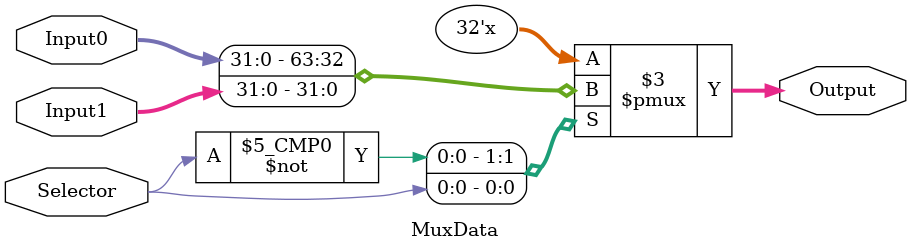
<source format=v>
`timescale 1ns / 1ps

module MuxData(Output, Input0, Input1,Selector);
    output reg [31:0] Output;
    input [31:0] Input0, Input1;
    input [0:0] Selector;
    
    initial begin
        Output=32'd0;
    end 
	 
    always @ (Input0 or Input1 or Selector) begin
        case (Selector)
            0: Output = Input0;
            1: Output = Input1;
			default:Output =32'd0;
        endcase
    end
endmodule
</source>
